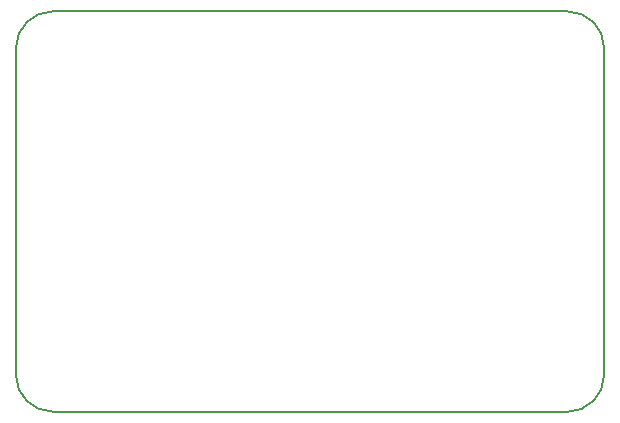
<source format=gbr>
G04 #@! TF.FileFunction,Profile,NP*
%FSLAX46Y46*%
G04 Gerber Fmt 4.6, Leading zero omitted, Abs format (unit mm)*
G04 Created by KiCad (PCBNEW 4.0.4-stable) date 05/31/17 00:38:46*
%MOMM*%
%LPD*%
G01*
G04 APERTURE LIST*
%ADD10C,0.100000*%
%ADD11C,0.200000*%
%ADD12C,0.150000*%
G04 APERTURE END LIST*
D10*
D11*
X62800000Y-69700000D02*
G75*
G03X65899995Y-72794589I3099995J5411D01*
G01*
X109500000Y-72800000D02*
G75*
G03X112594589Y-69700005I-5411J3099995D01*
G01*
X112599995Y-41994589D02*
G75*
G03X109500000Y-38900000I-3099995J-5411D01*
G01*
X65894589Y-38900005D02*
G75*
G03X62800000Y-42000000I5411J-3099995D01*
G01*
D12*
X109500000Y-38900000D02*
X65900000Y-38900000D01*
X112600000Y-69700000D02*
X112600000Y-42000000D01*
X65900000Y-72800000D02*
X109500000Y-72800000D01*
X62800000Y-42000000D02*
X62800000Y-69700000D01*
M02*

</source>
